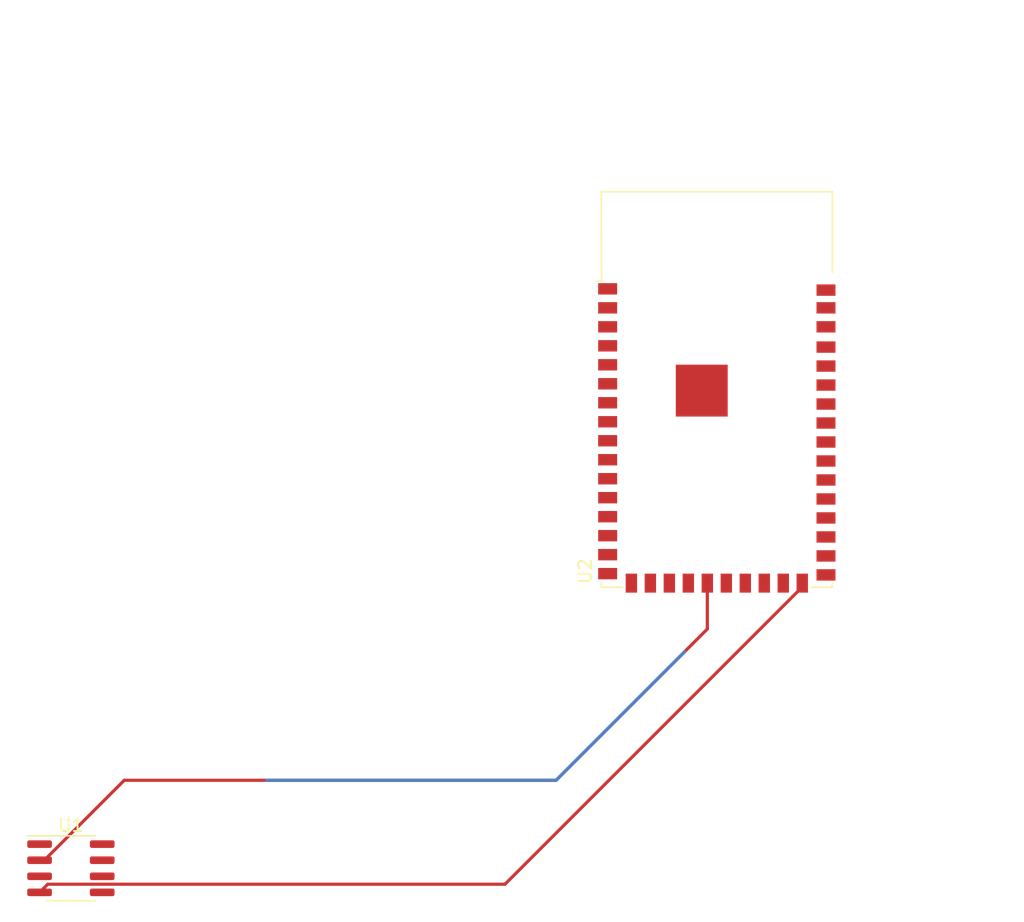
<source format=kicad_pcb>
(kicad_pcb (version 20211014) (generator pcbnew)
  (layers (0 "F.Cu" signal) (31 "B.Cu" signal) (34 "B.Paste" user) (35 "F.Paste" user) (36 "B.SilkS" user "B.Silkscreen") (37 "F.SilkS" user "F.Silkscreen") (38 "B.Mask" user) (39 "F.Mask" user) (44 "Edge.Cuts" user))
  (net 0 "")
  (net 2 "Net-(U1-Pad2)")
  (net 4 "Net-(U1-Pad4)")
  (footprint "RF_Module:ESP32-S2-WROVER" (layer "F.Cu") (at 147.32 66.93)
    (fp_text reference "U2" (at -10.41 10.53 90) (layer "F.SilkS"))
    (fp_text value "ESP32-S2-WROVER-I")
    (fp_line (start -9.11 -12.37) (end -9.125 -19.45) (layer "F.SilkS") (width 0.12))
    (fp_line (start -9.12 11.8) (end -7.46 11.8) (layer "F.SilkS") (width 0.12))
    (fp_line (start -9.125 -19.45) (end 9.13 -19.45) (layer "F.SilkS") (width 0.12))
    (fp_line (start 9.12 11.54) (end 9.12 11.8) (layer "F.SilkS") (width 0.12))
    (fp_line (start -9.11 -12.37) (end -9.5 -12.37) (layer "F.SilkS") (width 0.12))
    (fp_line (start 9.13 -13.03) (end 9.13 -19.45) (layer "F.SilkS") (width 0.12))
    (fp_line (start -9.12 11.44) (end -9.12 11.8) (layer "F.SilkS") (width 0.12))
    (fp_line (start 9.12 11.8) (end 7.46 11.8) (layer "F.SilkS") (width 0.12))
    (pad "1" smd rect (at -8.625 -11.775) (size 1.5 0.9) (layers "F.Cu" "F.Paste" "F.Mask") (net 4 "Net-(U1-Pad4)"))
    (pad "2" smd rect (at -8.625 -10.275) (size 1.5 0.9) (layers "F.Cu" "F.Paste" "F.Mask"))
    (pad "3" smd rect (at -8.625 -8.775) (size 1.5 0.9) (layers "F.Cu" "F.Paste" "F.Mask"))
    (pad "4" smd rect (at -8.625 -7.275) (size 1.5 0.9) (layers "F.Cu" "F.Paste" "F.Mask"))
    (pad "5" smd rect (at -8.625 -5.775) (size 1.5 0.9) (layers "F.Cu" "F.Paste" "F.Mask"))
    (pad "6" smd rect (at -8.625 -4.275) (size 1.5 0.9) (layers "F.Cu" "F.Paste" "F.Mask"))
    (pad "7" smd rect (at -8.625 -2.775) (size 1.5 0.9) (layers "F.Cu" "F.Paste" "F.Mask"))
    (pad "8" smd rect (at -8.625 -1.275) (size 1.5 0.9) (layers "F.Cu" "F.Paste" "F.Mask"))
    (pad "9" smd rect (at -8.625 0.225) (size 1.5 0.9) (layers "F.Cu" "F.Paste" "F.Mask"))
    (pad "10" smd rect (at -8.625 1.725) (size 1.5 0.9) (layers "F.Cu" "F.Paste" "F.Mask"))
    (pad "11" smd rect (at -8.625 3.225) (size 1.5 0.9) (layers "F.Cu" "F.Paste" "F.Mask"))
    (pad "12" smd rect (at -8.625 4.725) (size 1.5 0.9) (layers "F.Cu" "F.Paste" "F.Mask"))
    (pad "13" smd rect (at -8.625 6.225) (size 1.5 0.9) (layers "F.Cu" "F.Paste" "F.Mask"))
    (pad "14" smd rect (at -8.625 7.725) (size 1.5 0.9) (layers "F.Cu" "F.Paste" "F.Mask"))
    (pad "15" smd rect (at -8.625 9.225 180) (size 1.5 0.9) (layers "F.Cu" "F.Paste" "F.Mask"))
    (pad "16" smd rect (at -8.625 10.725 180) (size 1.5 0.9) (layers "F.Cu" "F.Paste" "F.Mask"))
    (pad "17" smd rect (at -6.75 11.475) (size 0.9 1.5) (layers "F.Cu" "F.Paste" "F.Mask"))
    (pad "18" smd rect (at -5.25 11.475) (size 0.9 1.5) (layers "F.Cu" "F.Paste" "F.Mask"))
    (pad "19" smd rect (at -3.75 11.475) (size 0.9 1.5) (layers "F.Cu" "F.Paste" "F.Mask"))
    (pad "20" smd rect (at -2.25 11.475) (size 0.9 1.5) (layers "F.Cu" "F.Paste" "F.Mask"))
    (pad "21" smd rect (at -0.75 11.475) (size 0.9 1.5) (layers "F.Cu" "F.Paste" "F.Mask") (net 2 "Net-(U1-Pad2)"))
    (pad "22" smd rect (at 0.75 11.475) (size 0.9 1.5) (layers "F.Cu" "F.Paste" "F.Mask"))
    (pad "23" smd rect (at 2.25 11.475) (size 0.9 1.5) (layers "F.Cu" "F.Paste" "F.Mask"))
    (pad "24" smd rect (at 3.75 11.475) (size 0.9 1.5) (layers "F.Cu" "F.Paste" "F.Mask"))
    (pad "25" smd rect (at 5.25 11.475) (size 0.9 1.5) (layers "F.Cu" "F.Paste" "F.Mask"))
    (pad "26" smd rect (at 6.75 11.475) (size 0.9 1.5) (layers "F.Cu" "F.Paste" "F.Mask") (net 4 "Net-(U1-Pad4)"))
    (pad "27" smd rect (at 8.625 10.825) (size 1.5 0.9) (layers "F.Cu" "F.Paste" "F.Mask"))
    (pad "28" smd rect (at 8.625 9.325) (size 1.5 0.9) (layers "F.Cu" "F.Paste" "F.Mask"))
    (pad "29" smd rect (at 8.625 7.825) (size 1.5 0.9) (layers "F.Cu" "F.Paste" "F.Mask"))
    (pad "30" smd rect (at 8.625 6.325) (size 1.5 0.9) (layers "F.Cu" "F.Paste" "F.Mask"))
    (pad "31" smd rect (at 8.625 4.825) (size 1.5 0.9) (layers "F.Cu" "F.Paste" "F.Mask"))
    (pad "32" smd rect (at 8.625 3.325) (size 1.5 0.9) (layers "F.Cu" "F.Paste" "F.Mask"))
    (pad "33" smd rect (at 8.625 1.825) (size 1.5 0.9) (layers "F.Cu" "F.Paste" "F.Mask"))
    (pad "34" smd rect (at 8.625 0.325) (size 1.5 0.9) (layers "F.Cu" "F.Paste" "F.Mask"))
    (pad "35" smd rect (at 8.625 -1.175) (size 1.5 0.9) (layers "F.Cu" "F.Paste" "F.Mask"))
    (pad "36" smd rect (at 8.625 -2.675) (size 1.5 0.9) (layers "F.Cu" "F.Paste" "F.Mask"))
    (pad "37" smd rect (at 8.625 -4.175) (size 1.5 0.9) (layers "F.Cu" "F.Paste" "F.Mask"))
    (pad "38" smd rect (at 8.625 -5.675) (size 1.5 0.9) (layers "F.Cu" "F.Paste" "F.Mask"))
    (pad "39" smd rect (at 8.625 -7.175) (size 1.5 0.9) (layers "F.Cu" "F.Paste" "F.Mask"))
    (pad "40" smd rect (at 8.625 -8.775) (size 1.5 0.9) (layers "F.Cu" "F.Paste" "F.Mask"))
    (pad "41" smd rect (at 8.625 -10.275) (size 1.5 0.9) (layers "F.Cu" "F.Paste" "F.Mask"))
    (pad "42" smd rect (at 8.625 -11.675) (size 1.5 0.9) (layers "F.Cu" "F.Paste" "F.Mask") (net 4 "Net-(U1-Pad4)"))
    (pad "43" smd rect (at -1.19 -3.735) (size 4.1 4.1) (layers "F.Cu" "F.Paste" "F.Mask") (net 4 "Net-(U1-Pad4)"))
  )
  (footprint "Package_SO:SOIC-8_3.9x4.9mm_P1.27mm" (layer "F.Cu") (at 96.29 100.93)
    (fp_text reference "U1" (at 0 -3.4) (layer "F.SilkS"))
    (fp_text value "ESP-PSRAM32")
    (fp_line (start 0 -2.56) (end -3.45 -2.56) (layer "F.SilkS") (width 0.12))
    (fp_line (start 0 -2.56) (end 1.95 -2.56) (layer "F.SilkS") (width 0.12))
    (fp_line (start 0 2.56) (end 1.95 2.56) (layer "F.SilkS") (width 0.12))
    (fp_line (start 0 2.56) (end -1.95 2.56) (layer "F.SilkS") (width 0.12))
    (pad "1" smd roundrect (at -2.475 -1.905) (size 1.95 0.6) (layers "F.Cu" "F.Paste" "F.Mask"))
    (pad "2" smd roundrect (at -2.475 -0.635) (size 1.95 0.6) (layers "F.Cu" "F.Paste" "F.Mask") (net 2 "Net-(U1-Pad2)"))
    (pad "3" smd roundrect (at -2.475 0.635) (size 1.95 0.6) (layers "F.Cu" "F.Paste" "F.Mask"))
    (pad "4" smd roundrect (at -2.475 1.905) (size 1.95 0.6) (layers "F.Cu" "F.Paste" "F.Mask") (net 4 "Net-(U1-Pad4)"))
    (pad "5" smd roundrect (at 2.475 1.905) (size 1.95 0.6) (layers "F.Cu" "F.Paste" "F.Mask"))
    (pad "6" smd roundrect (at 2.475 0.635) (size 1.95 0.6) (layers "F.Cu" "F.Paste" "F.Mask"))
    (pad "7" smd roundrect (at 2.475 -0.635) (size 1.95 0.6) (layers "F.Cu" "F.Paste" "F.Mask"))
    (pad "8" smd roundrect (at 2.475 -1.905) (size 1.95 0.6) (layers "F.Cu" "F.Paste" "F.Mask"))
  )
  (segment (start 111.76 93.98) (end 134.62 93.98) (width 0.25) (layer "B.Cu") (net 0))
  (segment (start 134.62 93.98) (end 144.78 83.82) (width 0.25) (layer "B.Cu") (net 0))
  (segment (start 146.57 82.03) (end 146.57 78.405) (width 0.25) (layer "F.Cu") (net 2))
  (segment (start 100.506751 93.98) (end 134.62 93.98) (width 0.25) (layer "F.Cu") (net 2))
  (segment (start 134.62 93.98) (end 146.57 82.03) (width 0.25) (layer "F.Cu") (net 2))
  (segment (start 93.815 100.295) (end 94.191751 100.295) (width 0.25) (layer "F.Cu") (net 2))
  (segment (start 94.191751 100.295) (end 100.506751 93.98) (width 0.25) (layer "F.Cu") (net 2))
  (segment (start 94.46 102.19) (end 130.585 102.19) (width 0.25) (layer "F.Cu") (net 4))
  (segment (start 154.07 78.705) (end 154.07 78.405) (width 0.25) (layer "F.Cu") (net 4))
  (segment (start 130.585 102.19) (end 154.07 78.705) (width 0.25) (layer "F.Cu") (net 4))
  (segment (start 93.815 102.835) (end 94.46 102.19) (width 0.25) (layer "F.Cu") (net 4))
)
</source>
